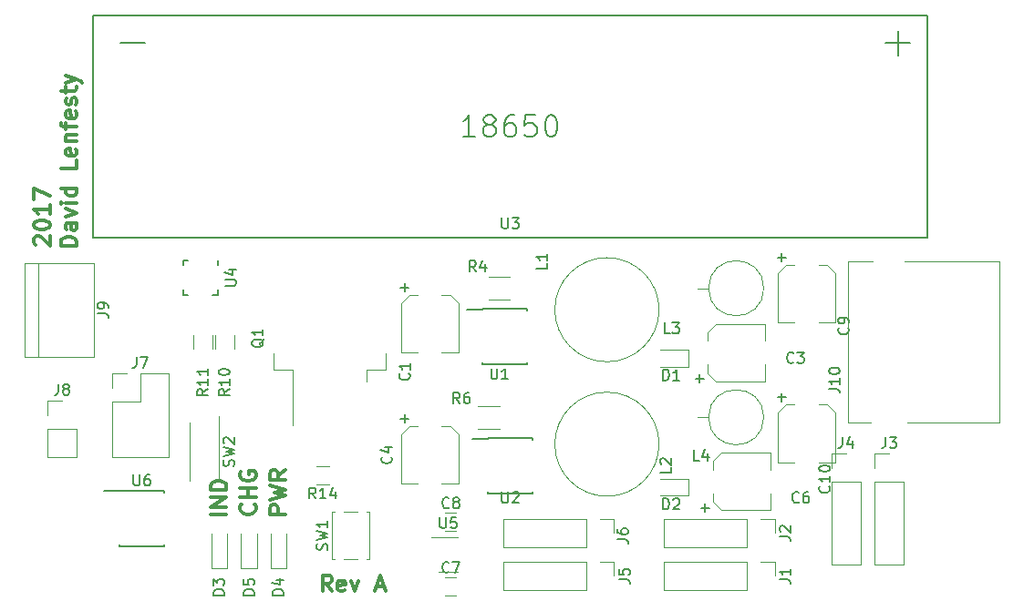
<source format=gto>
G04 #@! TF.FileFunction,Legend,Top*
%FSLAX46Y46*%
G04 Gerber Fmt 4.6, Leading zero omitted, Abs format (unit mm)*
G04 Created by KiCad (PCBNEW 4.0.7) date 11/28/17 13:54:14*
%MOMM*%
%LPD*%
G01*
G04 APERTURE LIST*
%ADD10C,0.100000*%
%ADD11C,0.300000*%
%ADD12C,0.150000*%
%ADD13C,0.120000*%
G04 APERTURE END LIST*
D10*
D11*
X114435715Y-97178571D02*
X113935715Y-96464286D01*
X113578572Y-97178571D02*
X113578572Y-95678571D01*
X114150000Y-95678571D01*
X114292858Y-95750000D01*
X114364286Y-95821429D01*
X114435715Y-95964286D01*
X114435715Y-96178571D01*
X114364286Y-96321429D01*
X114292858Y-96392857D01*
X114150000Y-96464286D01*
X113578572Y-96464286D01*
X115650000Y-97107143D02*
X115507143Y-97178571D01*
X115221429Y-97178571D01*
X115078572Y-97107143D01*
X115007143Y-96964286D01*
X115007143Y-96392857D01*
X115078572Y-96250000D01*
X115221429Y-96178571D01*
X115507143Y-96178571D01*
X115650000Y-96250000D01*
X115721429Y-96392857D01*
X115721429Y-96535714D01*
X115007143Y-96678571D01*
X116221429Y-96178571D02*
X116578572Y-97178571D01*
X116935714Y-96178571D01*
X118578571Y-96750000D02*
X119292857Y-96750000D01*
X118435714Y-97178571D02*
X118935714Y-95678571D01*
X119435714Y-97178571D01*
X86921429Y-64971428D02*
X86850000Y-64899999D01*
X86778571Y-64757142D01*
X86778571Y-64399999D01*
X86850000Y-64257142D01*
X86921429Y-64185713D01*
X87064286Y-64114285D01*
X87207143Y-64114285D01*
X87421429Y-64185713D01*
X88278571Y-65042856D01*
X88278571Y-64114285D01*
X86778571Y-63185714D02*
X86778571Y-63042857D01*
X86850000Y-62900000D01*
X86921429Y-62828571D01*
X87064286Y-62757142D01*
X87350000Y-62685714D01*
X87707143Y-62685714D01*
X87992857Y-62757142D01*
X88135714Y-62828571D01*
X88207143Y-62900000D01*
X88278571Y-63042857D01*
X88278571Y-63185714D01*
X88207143Y-63328571D01*
X88135714Y-63400000D01*
X87992857Y-63471428D01*
X87707143Y-63542857D01*
X87350000Y-63542857D01*
X87064286Y-63471428D01*
X86921429Y-63400000D01*
X86850000Y-63328571D01*
X86778571Y-63185714D01*
X88278571Y-61257143D02*
X88278571Y-62114286D01*
X88278571Y-61685714D02*
X86778571Y-61685714D01*
X86992857Y-61828571D01*
X87135714Y-61971429D01*
X87207143Y-62114286D01*
X86778571Y-60757143D02*
X86778571Y-59757143D01*
X88278571Y-60400000D01*
X90778571Y-65057143D02*
X89278571Y-65057143D01*
X89278571Y-64700000D01*
X89350000Y-64485715D01*
X89492857Y-64342857D01*
X89635714Y-64271429D01*
X89921429Y-64200000D01*
X90135714Y-64200000D01*
X90421429Y-64271429D01*
X90564286Y-64342857D01*
X90707143Y-64485715D01*
X90778571Y-64700000D01*
X90778571Y-65057143D01*
X90778571Y-62914286D02*
X89992857Y-62914286D01*
X89850000Y-62985715D01*
X89778571Y-63128572D01*
X89778571Y-63414286D01*
X89850000Y-63557143D01*
X90707143Y-62914286D02*
X90778571Y-63057143D01*
X90778571Y-63414286D01*
X90707143Y-63557143D01*
X90564286Y-63628572D01*
X90421429Y-63628572D01*
X90278571Y-63557143D01*
X90207143Y-63414286D01*
X90207143Y-63057143D01*
X90135714Y-62914286D01*
X89778571Y-62342857D02*
X90778571Y-61985714D01*
X89778571Y-61628572D01*
X90778571Y-61057143D02*
X89778571Y-61057143D01*
X89278571Y-61057143D02*
X89350000Y-61128572D01*
X89421429Y-61057143D01*
X89350000Y-60985715D01*
X89278571Y-61057143D01*
X89421429Y-61057143D01*
X90778571Y-59700000D02*
X89278571Y-59700000D01*
X90707143Y-59700000D02*
X90778571Y-59842857D01*
X90778571Y-60128571D01*
X90707143Y-60271429D01*
X90635714Y-60342857D01*
X90492857Y-60414286D01*
X90064286Y-60414286D01*
X89921429Y-60342857D01*
X89850000Y-60271429D01*
X89778571Y-60128571D01*
X89778571Y-59842857D01*
X89850000Y-59700000D01*
X90778571Y-57128571D02*
X90778571Y-57842857D01*
X89278571Y-57842857D01*
X90707143Y-56057143D02*
X90778571Y-56200000D01*
X90778571Y-56485714D01*
X90707143Y-56628571D01*
X90564286Y-56700000D01*
X89992857Y-56700000D01*
X89850000Y-56628571D01*
X89778571Y-56485714D01*
X89778571Y-56200000D01*
X89850000Y-56057143D01*
X89992857Y-55985714D01*
X90135714Y-55985714D01*
X90278571Y-56700000D01*
X89778571Y-55342857D02*
X90778571Y-55342857D01*
X89921429Y-55342857D02*
X89850000Y-55271429D01*
X89778571Y-55128571D01*
X89778571Y-54914286D01*
X89850000Y-54771429D01*
X89992857Y-54700000D01*
X90778571Y-54700000D01*
X89778571Y-54200000D02*
X89778571Y-53628571D01*
X90778571Y-53985714D02*
X89492857Y-53985714D01*
X89350000Y-53914286D01*
X89278571Y-53771428D01*
X89278571Y-53628571D01*
X90707143Y-52557143D02*
X90778571Y-52700000D01*
X90778571Y-52985714D01*
X90707143Y-53128571D01*
X90564286Y-53200000D01*
X89992857Y-53200000D01*
X89850000Y-53128571D01*
X89778571Y-52985714D01*
X89778571Y-52700000D01*
X89850000Y-52557143D01*
X89992857Y-52485714D01*
X90135714Y-52485714D01*
X90278571Y-53200000D01*
X90707143Y-51914286D02*
X90778571Y-51771429D01*
X90778571Y-51485714D01*
X90707143Y-51342857D01*
X90564286Y-51271429D01*
X90492857Y-51271429D01*
X90350000Y-51342857D01*
X90278571Y-51485714D01*
X90278571Y-51700000D01*
X90207143Y-51842857D01*
X90064286Y-51914286D01*
X89992857Y-51914286D01*
X89850000Y-51842857D01*
X89778571Y-51700000D01*
X89778571Y-51485714D01*
X89850000Y-51342857D01*
X89778571Y-50842857D02*
X89778571Y-50271428D01*
X89278571Y-50628571D02*
X90564286Y-50628571D01*
X90707143Y-50557143D01*
X90778571Y-50414285D01*
X90778571Y-50271428D01*
X89778571Y-49914285D02*
X90778571Y-49557142D01*
X89778571Y-49200000D02*
X90778571Y-49557142D01*
X91135714Y-49700000D01*
X91207143Y-49771428D01*
X91278571Y-49914285D01*
X110178571Y-90000000D02*
X108678571Y-90000000D01*
X108678571Y-89428572D01*
X108750000Y-89285714D01*
X108821429Y-89214286D01*
X108964286Y-89142857D01*
X109178571Y-89142857D01*
X109321429Y-89214286D01*
X109392857Y-89285714D01*
X109464286Y-89428572D01*
X109464286Y-90000000D01*
X108678571Y-88642857D02*
X110178571Y-88285714D01*
X109107143Y-88000000D01*
X110178571Y-87714286D01*
X108678571Y-87357143D01*
X110178571Y-85928571D02*
X109464286Y-86428571D01*
X110178571Y-86785714D02*
X108678571Y-86785714D01*
X108678571Y-86214286D01*
X108750000Y-86071428D01*
X108821429Y-86000000D01*
X108964286Y-85928571D01*
X109178571Y-85928571D01*
X109321429Y-86000000D01*
X109392857Y-86071428D01*
X109464286Y-86214286D01*
X109464286Y-86785714D01*
X107285714Y-89071428D02*
X107357143Y-89142857D01*
X107428571Y-89357143D01*
X107428571Y-89500000D01*
X107357143Y-89714285D01*
X107214286Y-89857143D01*
X107071429Y-89928571D01*
X106785714Y-90000000D01*
X106571429Y-90000000D01*
X106285714Y-89928571D01*
X106142857Y-89857143D01*
X106000000Y-89714285D01*
X105928571Y-89500000D01*
X105928571Y-89357143D01*
X106000000Y-89142857D01*
X106071429Y-89071428D01*
X107428571Y-88428571D02*
X105928571Y-88428571D01*
X106642857Y-88428571D02*
X106642857Y-87571428D01*
X107428571Y-87571428D02*
X105928571Y-87571428D01*
X106000000Y-86071428D02*
X105928571Y-86214285D01*
X105928571Y-86428571D01*
X106000000Y-86642856D01*
X106142857Y-86785714D01*
X106285714Y-86857142D01*
X106571429Y-86928571D01*
X106785714Y-86928571D01*
X107071429Y-86857142D01*
X107214286Y-86785714D01*
X107357143Y-86642856D01*
X107428571Y-86428571D01*
X107428571Y-86285714D01*
X107357143Y-86071428D01*
X107285714Y-85999999D01*
X106785714Y-85999999D01*
X106785714Y-86285714D01*
X104678571Y-90035714D02*
X103178571Y-90035714D01*
X104678571Y-89321428D02*
X103178571Y-89321428D01*
X104678571Y-88464285D01*
X103178571Y-88464285D01*
X104678571Y-87749999D02*
X103178571Y-87749999D01*
X103178571Y-87392856D01*
X103250000Y-87178571D01*
X103392857Y-87035713D01*
X103535714Y-86964285D01*
X103821429Y-86892856D01*
X104035714Y-86892856D01*
X104321429Y-86964285D01*
X104464286Y-87035713D01*
X104607143Y-87178571D01*
X104678571Y-87392856D01*
X104678571Y-87749999D01*
D12*
X128925000Y-82925000D02*
X128925000Y-82975000D01*
X133075000Y-82925000D02*
X133075000Y-83070000D01*
X133075000Y-88075000D02*
X133075000Y-87930000D01*
X128925000Y-88075000D02*
X128925000Y-87930000D01*
X128925000Y-82925000D02*
X133075000Y-82925000D01*
X128925000Y-88075000D02*
X133075000Y-88075000D01*
X128925000Y-82975000D02*
X127525000Y-82975000D01*
D13*
X126190000Y-74970000D02*
X124640000Y-74970000D01*
X120860000Y-74970000D02*
X122410000Y-74970000D01*
X121620000Y-69630000D02*
X122410000Y-69630000D01*
X125430000Y-69630000D02*
X124640000Y-69630000D01*
X126190000Y-74970000D02*
X126190000Y-70390000D01*
X126190000Y-70390000D02*
X125430000Y-69630000D01*
X121620000Y-69630000D02*
X120860000Y-70390000D01*
X120860000Y-70390000D02*
X120860000Y-74970000D01*
X154670000Y-72310000D02*
X154670000Y-73860000D01*
X154670000Y-77640000D02*
X154670000Y-76090000D01*
X149330000Y-76880000D02*
X149330000Y-76090000D01*
X149330000Y-73070000D02*
X149330000Y-73860000D01*
X154670000Y-72310000D02*
X150090000Y-72310000D01*
X150090000Y-72310000D02*
X149330000Y-73070000D01*
X149330000Y-76880000D02*
X150090000Y-77640000D01*
X150090000Y-77640000D02*
X154670000Y-77640000D01*
X126190000Y-87170000D02*
X124640000Y-87170000D01*
X120860000Y-87170000D02*
X122410000Y-87170000D01*
X121620000Y-81830000D02*
X122410000Y-81830000D01*
X125430000Y-81830000D02*
X124640000Y-81830000D01*
X126190000Y-87170000D02*
X126190000Y-82590000D01*
X126190000Y-82590000D02*
X125430000Y-81830000D01*
X121620000Y-81830000D02*
X120860000Y-82590000D01*
X120860000Y-82590000D02*
X120860000Y-87170000D01*
X155170000Y-84310000D02*
X155170000Y-85860000D01*
X155170000Y-89640000D02*
X155170000Y-88090000D01*
X149830000Y-88880000D02*
X149830000Y-88090000D01*
X149830000Y-85070000D02*
X149830000Y-85860000D01*
X155170000Y-84310000D02*
X150590000Y-84310000D01*
X150590000Y-84310000D02*
X149830000Y-85070000D01*
X149830000Y-88880000D02*
X150590000Y-89640000D01*
X150590000Y-89640000D02*
X155170000Y-89640000D01*
X126000000Y-95900000D02*
X125000000Y-95900000D01*
X125000000Y-97600000D02*
X126000000Y-97600000D01*
X126000000Y-89900000D02*
X125000000Y-89900000D01*
X125000000Y-91600000D02*
X126000000Y-91600000D01*
X161190000Y-72170000D02*
X159640000Y-72170000D01*
X155860000Y-72170000D02*
X157410000Y-72170000D01*
X156620000Y-66830000D02*
X157410000Y-66830000D01*
X160430000Y-66830000D02*
X159640000Y-66830000D01*
X161190000Y-72170000D02*
X161190000Y-67590000D01*
X161190000Y-67590000D02*
X160430000Y-66830000D01*
X156620000Y-66830000D02*
X155860000Y-67590000D01*
X155860000Y-67590000D02*
X155860000Y-72170000D01*
X161190000Y-85170000D02*
X159640000Y-85170000D01*
X155860000Y-85170000D02*
X157410000Y-85170000D01*
X156620000Y-79830000D02*
X157410000Y-79830000D01*
X160430000Y-79830000D02*
X159640000Y-79830000D01*
X161190000Y-85170000D02*
X161190000Y-80590000D01*
X161190000Y-80590000D02*
X160430000Y-79830000D01*
X156620000Y-79830000D02*
X155860000Y-80590000D01*
X155860000Y-80590000D02*
X155860000Y-85170000D01*
X147550000Y-76300000D02*
X147550000Y-74700000D01*
X147550000Y-74700000D02*
X144950000Y-74700000D01*
X147550000Y-76300000D02*
X144950000Y-76300000D01*
X147550000Y-88300000D02*
X147550000Y-86700000D01*
X147550000Y-86700000D02*
X144950000Y-86700000D01*
X147550000Y-88300000D02*
X144950000Y-88300000D01*
X104750000Y-91850000D02*
X104750000Y-95050000D01*
X103250000Y-95050000D02*
X103250000Y-91850000D01*
X103250000Y-95050000D02*
X104750000Y-95050000D01*
X110250000Y-91850000D02*
X110250000Y-95050000D01*
X108750000Y-95050000D02*
X108750000Y-91850000D01*
X108750000Y-95050000D02*
X110250000Y-95050000D01*
X107500000Y-91850000D02*
X107500000Y-95050000D01*
X106000000Y-95050000D02*
X106000000Y-91850000D01*
X106000000Y-95050000D02*
X107500000Y-95050000D01*
X145300000Y-94420000D02*
X145300000Y-97080000D01*
X152980000Y-94420000D02*
X145300000Y-94420000D01*
X152980000Y-97080000D02*
X145300000Y-97080000D01*
X152980000Y-94420000D02*
X152980000Y-97080000D01*
X154250000Y-94420000D02*
X155580000Y-94420000D01*
X155580000Y-94420000D02*
X155580000Y-95750000D01*
X88070000Y-84670000D02*
X90730000Y-84670000D01*
X88070000Y-82070000D02*
X88070000Y-84670000D01*
X90730000Y-82070000D02*
X90730000Y-84670000D01*
X88070000Y-82070000D02*
X90730000Y-82070000D01*
X88070000Y-80800000D02*
X88070000Y-79470000D01*
X88070000Y-79470000D02*
X89400000Y-79470000D01*
X85970000Y-66650000D02*
X85970000Y-75350000D01*
X92380000Y-66650000D02*
X92380000Y-75350000D01*
X92380000Y-75350000D02*
X85970000Y-75350000D01*
X87200000Y-75350000D02*
X87200000Y-66650000D01*
X85970000Y-66650000D02*
X92380000Y-66650000D01*
X162360000Y-66490000D02*
X164690000Y-66490000D01*
X162360000Y-81480000D02*
X164480000Y-81480000D01*
X162360000Y-66490000D02*
X162360000Y-81480000D01*
X176450000Y-66490000D02*
X176450000Y-81480000D01*
X167650000Y-66490000D02*
X176450000Y-66490000D01*
X167850000Y-81480000D02*
X176450000Y-81480000D01*
X144840000Y-71000000D02*
G75*
G03X144840000Y-71000000I-4840000J0D01*
G01*
X144840000Y-83500000D02*
G75*
G03X144840000Y-83500000I-4840000J0D01*
G01*
X154560000Y-69000000D02*
G75*
G03X154560000Y-69000000I-2560000J0D01*
G01*
X149440000Y-69000000D02*
X148420000Y-69000000D01*
X154560000Y-81000000D02*
G75*
G03X154560000Y-81000000I-2560000J0D01*
G01*
X149440000Y-81000000D02*
X148420000Y-81000000D01*
X109050000Y-75075000D02*
X109050000Y-76575000D01*
X109050000Y-76575000D02*
X110860000Y-76575000D01*
X110860000Y-76575000D02*
X110860000Y-81700000D01*
X119450000Y-75075000D02*
X119450000Y-76575000D01*
X119450000Y-76575000D02*
X117640000Y-76575000D01*
X117640000Y-76575000D02*
X117640000Y-77675000D01*
X129000000Y-67930000D02*
X131000000Y-67930000D01*
X131000000Y-70070000D02*
X129000000Y-70070000D01*
X128000000Y-79930000D02*
X130000000Y-79930000D01*
X130000000Y-82070000D02*
X128000000Y-82070000D01*
X103620000Y-74600000D02*
X103620000Y-73400000D01*
X105380000Y-73400000D02*
X105380000Y-74600000D01*
X101620000Y-74600000D02*
X101620000Y-73400000D01*
X103380000Y-73400000D02*
X103380000Y-74600000D01*
D12*
X128425000Y-70925000D02*
X128425000Y-70975000D01*
X132575000Y-70925000D02*
X132575000Y-71070000D01*
X132575000Y-76075000D02*
X132575000Y-75930000D01*
X128425000Y-76075000D02*
X128425000Y-75930000D01*
X128425000Y-70925000D02*
X132575000Y-70925000D01*
X128425000Y-76075000D02*
X132575000Y-76075000D01*
X128425000Y-70975000D02*
X127025000Y-70975000D01*
X92250000Y-64325000D02*
X92250000Y-43650000D01*
X169750000Y-64325000D02*
X92250000Y-64325000D01*
X169750000Y-43675000D02*
X169750000Y-64325000D01*
X92250000Y-43650000D02*
X169750000Y-43675000D01*
X103875000Y-69625000D02*
X103375000Y-69625000D01*
X100625000Y-66375000D02*
X101125000Y-66375000D01*
X100625000Y-69625000D02*
X101125000Y-69625000D01*
X103875000Y-66375000D02*
X103875000Y-66875000D01*
X100625000Y-66375000D02*
X100625000Y-66875000D01*
X100625000Y-69625000D02*
X100625000Y-69125000D01*
X103875000Y-69625000D02*
X103875000Y-69125000D01*
D13*
X124350000Y-95360000D02*
X126150000Y-95360000D01*
X126150000Y-92140000D02*
X123700000Y-92140000D01*
D12*
X94725000Y-87825000D02*
X94725000Y-87875000D01*
X98875000Y-87825000D02*
X98875000Y-87970000D01*
X98875000Y-92975000D02*
X98875000Y-92830000D01*
X94725000Y-92975000D02*
X94725000Y-92830000D01*
X94725000Y-87825000D02*
X98875000Y-87825000D01*
X94725000Y-92975000D02*
X98875000Y-92975000D01*
X94725000Y-87875000D02*
X93325000Y-87875000D01*
D13*
X152980000Y-90420000D02*
X145300000Y-90420000D01*
X145300000Y-90420000D02*
X145300000Y-93080000D01*
X145300000Y-93080000D02*
X152980000Y-93080000D01*
X152980000Y-93080000D02*
X152980000Y-90420000D01*
X154250000Y-90420000D02*
X155580000Y-90420000D01*
X155580000Y-90420000D02*
X155580000Y-91750000D01*
X164870000Y-94670000D02*
X167530000Y-94670000D01*
X164870000Y-86990000D02*
X164870000Y-94670000D01*
X167530000Y-86990000D02*
X167530000Y-94670000D01*
X164870000Y-86990000D02*
X167530000Y-86990000D01*
X164870000Y-85720000D02*
X164870000Y-84390000D01*
X164870000Y-84390000D02*
X166200000Y-84390000D01*
X160870000Y-86990000D02*
X160870000Y-94670000D01*
X160870000Y-94670000D02*
X163530000Y-94670000D01*
X163530000Y-94670000D02*
X163530000Y-86990000D01*
X163530000Y-86990000D02*
X160870000Y-86990000D01*
X160870000Y-85720000D02*
X160870000Y-84390000D01*
X160870000Y-84390000D02*
X162200000Y-84390000D01*
X130380000Y-94420000D02*
X130380000Y-97080000D01*
X138060000Y-94420000D02*
X130380000Y-94420000D01*
X138060000Y-97080000D02*
X130380000Y-97080000D01*
X138060000Y-94420000D02*
X138060000Y-97080000D01*
X139330000Y-94420000D02*
X140660000Y-94420000D01*
X140660000Y-94420000D02*
X140660000Y-95750000D01*
X138060000Y-90420000D02*
X130380000Y-90420000D01*
X130380000Y-90420000D02*
X130380000Y-93080000D01*
X130380000Y-93080000D02*
X138060000Y-93080000D01*
X138060000Y-93080000D02*
X138060000Y-90420000D01*
X139330000Y-90420000D02*
X140660000Y-90420000D01*
X140660000Y-90420000D02*
X140660000Y-91750000D01*
X94070000Y-84670000D02*
X99270000Y-84670000D01*
X94070000Y-79530000D02*
X94070000Y-84670000D01*
X99270000Y-76930000D02*
X99270000Y-84670000D01*
X94070000Y-79530000D02*
X96670000Y-79530000D01*
X96670000Y-79530000D02*
X96670000Y-76930000D01*
X96670000Y-76930000D02*
X99270000Y-76930000D01*
X94070000Y-78260000D02*
X94070000Y-76930000D01*
X94070000Y-76930000D02*
X95400000Y-76930000D01*
X113000000Y-85520000D02*
X114200000Y-85520000D01*
X114200000Y-87280000D02*
X113000000Y-87280000D01*
X114700000Y-89800000D02*
X114500000Y-89800000D01*
X116850000Y-89800000D02*
X115550000Y-89800000D01*
X117900000Y-89800000D02*
X117700000Y-89800000D01*
X117900000Y-94200000D02*
X117900000Y-89800000D01*
X117700000Y-94200000D02*
X117900000Y-94200000D01*
X115550000Y-94200000D02*
X116850000Y-94200000D01*
X114500000Y-94200000D02*
X114700000Y-94200000D01*
X114500000Y-89800000D02*
X114500000Y-94200000D01*
X103930000Y-80860000D02*
X103930000Y-86900000D01*
X101270000Y-81500000D02*
X101270000Y-86900000D01*
D12*
X130238095Y-87952381D02*
X130238095Y-88761905D01*
X130285714Y-88857143D01*
X130333333Y-88904762D01*
X130428571Y-88952381D01*
X130619048Y-88952381D01*
X130714286Y-88904762D01*
X130761905Y-88857143D01*
X130809524Y-88761905D01*
X130809524Y-87952381D01*
X131238095Y-88047619D02*
X131285714Y-88000000D01*
X131380952Y-87952381D01*
X131619048Y-87952381D01*
X131714286Y-88000000D01*
X131761905Y-88047619D01*
X131809524Y-88142857D01*
X131809524Y-88238095D01*
X131761905Y-88380952D01*
X131190476Y-88952381D01*
X131809524Y-88952381D01*
X121607143Y-76916666D02*
X121654762Y-76964285D01*
X121702381Y-77107142D01*
X121702381Y-77202380D01*
X121654762Y-77345238D01*
X121559524Y-77440476D01*
X121464286Y-77488095D01*
X121273810Y-77535714D01*
X121130952Y-77535714D01*
X120940476Y-77488095D01*
X120845238Y-77440476D01*
X120750000Y-77345238D01*
X120702381Y-77202380D01*
X120702381Y-77107142D01*
X120750000Y-76964285D01*
X120797619Y-76916666D01*
X121702381Y-75964285D02*
X121702381Y-76535714D01*
X121702381Y-76250000D02*
X120702381Y-76250000D01*
X120845238Y-76345238D01*
X120940476Y-76440476D01*
X120988095Y-76535714D01*
X121231429Y-69300952D02*
X121231429Y-68539047D01*
X121612381Y-68919999D02*
X120850476Y-68919999D01*
X157333334Y-75857143D02*
X157285715Y-75904762D01*
X157142858Y-75952381D01*
X157047620Y-75952381D01*
X156904762Y-75904762D01*
X156809524Y-75809524D01*
X156761905Y-75714286D01*
X156714286Y-75523810D01*
X156714286Y-75380952D01*
X156761905Y-75190476D01*
X156809524Y-75095238D01*
X156904762Y-75000000D01*
X157047620Y-74952381D01*
X157142858Y-74952381D01*
X157285715Y-75000000D01*
X157333334Y-75047619D01*
X157666667Y-74952381D02*
X158285715Y-74952381D01*
X157952381Y-75333333D01*
X158095239Y-75333333D01*
X158190477Y-75380952D01*
X158238096Y-75428571D01*
X158285715Y-75523810D01*
X158285715Y-75761905D01*
X158238096Y-75857143D01*
X158190477Y-75904762D01*
X158095239Y-75952381D01*
X157809524Y-75952381D01*
X157714286Y-75904762D01*
X157666667Y-75857143D01*
X148239048Y-77411429D02*
X149000953Y-77411429D01*
X148620001Y-77792381D02*
X148620001Y-77030476D01*
X119937143Y-84666666D02*
X119984762Y-84714285D01*
X120032381Y-84857142D01*
X120032381Y-84952380D01*
X119984762Y-85095238D01*
X119889524Y-85190476D01*
X119794286Y-85238095D01*
X119603810Y-85285714D01*
X119460952Y-85285714D01*
X119270476Y-85238095D01*
X119175238Y-85190476D01*
X119080000Y-85095238D01*
X119032381Y-84952380D01*
X119032381Y-84857142D01*
X119080000Y-84714285D01*
X119127619Y-84666666D01*
X119365714Y-83809523D02*
X120032381Y-83809523D01*
X118984762Y-84047619D02*
X119699048Y-84285714D01*
X119699048Y-83666666D01*
X121231429Y-81500952D02*
X121231429Y-80739047D01*
X121612381Y-81119999D02*
X120850476Y-81119999D01*
X157833334Y-88857143D02*
X157785715Y-88904762D01*
X157642858Y-88952381D01*
X157547620Y-88952381D01*
X157404762Y-88904762D01*
X157309524Y-88809524D01*
X157261905Y-88714286D01*
X157214286Y-88523810D01*
X157214286Y-88380952D01*
X157261905Y-88190476D01*
X157309524Y-88095238D01*
X157404762Y-88000000D01*
X157547620Y-87952381D01*
X157642858Y-87952381D01*
X157785715Y-88000000D01*
X157833334Y-88047619D01*
X158690477Y-87952381D02*
X158500000Y-87952381D01*
X158404762Y-88000000D01*
X158357143Y-88047619D01*
X158261905Y-88190476D01*
X158214286Y-88380952D01*
X158214286Y-88761905D01*
X158261905Y-88857143D01*
X158309524Y-88904762D01*
X158404762Y-88952381D01*
X158595239Y-88952381D01*
X158690477Y-88904762D01*
X158738096Y-88857143D01*
X158785715Y-88761905D01*
X158785715Y-88523810D01*
X158738096Y-88428571D01*
X158690477Y-88380952D01*
X158595239Y-88333333D01*
X158404762Y-88333333D01*
X158309524Y-88380952D01*
X158261905Y-88428571D01*
X158214286Y-88523810D01*
X148739048Y-89411429D02*
X149500953Y-89411429D01*
X149120001Y-89792381D02*
X149120001Y-89030476D01*
X125333334Y-95357143D02*
X125285715Y-95404762D01*
X125142858Y-95452381D01*
X125047620Y-95452381D01*
X124904762Y-95404762D01*
X124809524Y-95309524D01*
X124761905Y-95214286D01*
X124714286Y-95023810D01*
X124714286Y-94880952D01*
X124761905Y-94690476D01*
X124809524Y-94595238D01*
X124904762Y-94500000D01*
X125047620Y-94452381D01*
X125142858Y-94452381D01*
X125285715Y-94500000D01*
X125333334Y-94547619D01*
X125666667Y-94452381D02*
X126333334Y-94452381D01*
X125904762Y-95452381D01*
X125333334Y-89357143D02*
X125285715Y-89404762D01*
X125142858Y-89452381D01*
X125047620Y-89452381D01*
X124904762Y-89404762D01*
X124809524Y-89309524D01*
X124761905Y-89214286D01*
X124714286Y-89023810D01*
X124714286Y-88880952D01*
X124761905Y-88690476D01*
X124809524Y-88595238D01*
X124904762Y-88500000D01*
X125047620Y-88452381D01*
X125142858Y-88452381D01*
X125285715Y-88500000D01*
X125333334Y-88547619D01*
X125904762Y-88880952D02*
X125809524Y-88833333D01*
X125761905Y-88785714D01*
X125714286Y-88690476D01*
X125714286Y-88642857D01*
X125761905Y-88547619D01*
X125809524Y-88500000D01*
X125904762Y-88452381D01*
X126095239Y-88452381D01*
X126190477Y-88500000D01*
X126238096Y-88547619D01*
X126285715Y-88642857D01*
X126285715Y-88690476D01*
X126238096Y-88785714D01*
X126190477Y-88833333D01*
X126095239Y-88880952D01*
X125904762Y-88880952D01*
X125809524Y-88928571D01*
X125761905Y-88976190D01*
X125714286Y-89071429D01*
X125714286Y-89261905D01*
X125761905Y-89357143D01*
X125809524Y-89404762D01*
X125904762Y-89452381D01*
X126095239Y-89452381D01*
X126190477Y-89404762D01*
X126238096Y-89357143D01*
X126285715Y-89261905D01*
X126285715Y-89071429D01*
X126238096Y-88976190D01*
X126190477Y-88928571D01*
X126095239Y-88880952D01*
X162357143Y-72666666D02*
X162404762Y-72714285D01*
X162452381Y-72857142D01*
X162452381Y-72952380D01*
X162404762Y-73095238D01*
X162309524Y-73190476D01*
X162214286Y-73238095D01*
X162023810Y-73285714D01*
X161880952Y-73285714D01*
X161690476Y-73238095D01*
X161595238Y-73190476D01*
X161500000Y-73095238D01*
X161452381Y-72952380D01*
X161452381Y-72857142D01*
X161500000Y-72714285D01*
X161547619Y-72666666D01*
X162452381Y-72190476D02*
X162452381Y-72000000D01*
X162404762Y-71904761D01*
X162357143Y-71857142D01*
X162214286Y-71761904D01*
X162023810Y-71714285D01*
X161642857Y-71714285D01*
X161547619Y-71761904D01*
X161500000Y-71809523D01*
X161452381Y-71904761D01*
X161452381Y-72095238D01*
X161500000Y-72190476D01*
X161547619Y-72238095D01*
X161642857Y-72285714D01*
X161880952Y-72285714D01*
X161976190Y-72238095D01*
X162023810Y-72190476D01*
X162071429Y-72095238D01*
X162071429Y-71904761D01*
X162023810Y-71809523D01*
X161976190Y-71761904D01*
X161880952Y-71714285D01*
X156231429Y-66500952D02*
X156231429Y-65739047D01*
X156612381Y-66119999D02*
X155850476Y-66119999D01*
X160607143Y-87392857D02*
X160654762Y-87440476D01*
X160702381Y-87583333D01*
X160702381Y-87678571D01*
X160654762Y-87821429D01*
X160559524Y-87916667D01*
X160464286Y-87964286D01*
X160273810Y-88011905D01*
X160130952Y-88011905D01*
X159940476Y-87964286D01*
X159845238Y-87916667D01*
X159750000Y-87821429D01*
X159702381Y-87678571D01*
X159702381Y-87583333D01*
X159750000Y-87440476D01*
X159797619Y-87392857D01*
X160702381Y-86440476D02*
X160702381Y-87011905D01*
X160702381Y-86726191D02*
X159702381Y-86726191D01*
X159845238Y-86821429D01*
X159940476Y-86916667D01*
X159988095Y-87011905D01*
X159702381Y-85821429D02*
X159702381Y-85726190D01*
X159750000Y-85630952D01*
X159797619Y-85583333D01*
X159892857Y-85535714D01*
X160083333Y-85488095D01*
X160321429Y-85488095D01*
X160511905Y-85535714D01*
X160607143Y-85583333D01*
X160654762Y-85630952D01*
X160702381Y-85726190D01*
X160702381Y-85821429D01*
X160654762Y-85916667D01*
X160607143Y-85964286D01*
X160511905Y-86011905D01*
X160321429Y-86059524D01*
X160083333Y-86059524D01*
X159892857Y-86011905D01*
X159797619Y-85964286D01*
X159750000Y-85916667D01*
X159702381Y-85821429D01*
X156231429Y-79500952D02*
X156231429Y-78739047D01*
X156612381Y-79119999D02*
X155850476Y-79119999D01*
X145211905Y-77552381D02*
X145211905Y-76552381D01*
X145450000Y-76552381D01*
X145592858Y-76600000D01*
X145688096Y-76695238D01*
X145735715Y-76790476D01*
X145783334Y-76980952D01*
X145783334Y-77123810D01*
X145735715Y-77314286D01*
X145688096Y-77409524D01*
X145592858Y-77504762D01*
X145450000Y-77552381D01*
X145211905Y-77552381D01*
X146735715Y-77552381D02*
X146164286Y-77552381D01*
X146450000Y-77552381D02*
X146450000Y-76552381D01*
X146354762Y-76695238D01*
X146259524Y-76790476D01*
X146164286Y-76838095D01*
X145211905Y-89552381D02*
X145211905Y-88552381D01*
X145450000Y-88552381D01*
X145592858Y-88600000D01*
X145688096Y-88695238D01*
X145735715Y-88790476D01*
X145783334Y-88980952D01*
X145783334Y-89123810D01*
X145735715Y-89314286D01*
X145688096Y-89409524D01*
X145592858Y-89504762D01*
X145450000Y-89552381D01*
X145211905Y-89552381D01*
X146164286Y-88647619D02*
X146211905Y-88600000D01*
X146307143Y-88552381D01*
X146545239Y-88552381D01*
X146640477Y-88600000D01*
X146688096Y-88647619D01*
X146735715Y-88742857D01*
X146735715Y-88838095D01*
X146688096Y-88980952D01*
X146116667Y-89552381D01*
X146735715Y-89552381D01*
X104452381Y-97538095D02*
X103452381Y-97538095D01*
X103452381Y-97300000D01*
X103500000Y-97157142D01*
X103595238Y-97061904D01*
X103690476Y-97014285D01*
X103880952Y-96966666D01*
X104023810Y-96966666D01*
X104214286Y-97014285D01*
X104309524Y-97061904D01*
X104404762Y-97157142D01*
X104452381Y-97300000D01*
X104452381Y-97538095D01*
X103452381Y-96633333D02*
X103452381Y-96014285D01*
X103833333Y-96347619D01*
X103833333Y-96204761D01*
X103880952Y-96109523D01*
X103928571Y-96061904D01*
X104023810Y-96014285D01*
X104261905Y-96014285D01*
X104357143Y-96061904D01*
X104404762Y-96109523D01*
X104452381Y-96204761D01*
X104452381Y-96490476D01*
X104404762Y-96585714D01*
X104357143Y-96633333D01*
X109952381Y-97538095D02*
X108952381Y-97538095D01*
X108952381Y-97300000D01*
X109000000Y-97157142D01*
X109095238Y-97061904D01*
X109190476Y-97014285D01*
X109380952Y-96966666D01*
X109523810Y-96966666D01*
X109714286Y-97014285D01*
X109809524Y-97061904D01*
X109904762Y-97157142D01*
X109952381Y-97300000D01*
X109952381Y-97538095D01*
X109285714Y-96109523D02*
X109952381Y-96109523D01*
X108904762Y-96347619D02*
X109619048Y-96585714D01*
X109619048Y-95966666D01*
X107252381Y-97538095D02*
X106252381Y-97538095D01*
X106252381Y-97300000D01*
X106300000Y-97157142D01*
X106395238Y-97061904D01*
X106490476Y-97014285D01*
X106680952Y-96966666D01*
X106823810Y-96966666D01*
X107014286Y-97014285D01*
X107109524Y-97061904D01*
X107204762Y-97157142D01*
X107252381Y-97300000D01*
X107252381Y-97538095D01*
X106252381Y-96061904D02*
X106252381Y-96538095D01*
X106728571Y-96585714D01*
X106680952Y-96538095D01*
X106633333Y-96442857D01*
X106633333Y-96204761D01*
X106680952Y-96109523D01*
X106728571Y-96061904D01*
X106823810Y-96014285D01*
X107061905Y-96014285D01*
X107157143Y-96061904D01*
X107204762Y-96109523D01*
X107252381Y-96204761D01*
X107252381Y-96442857D01*
X107204762Y-96538095D01*
X107157143Y-96585714D01*
X156032381Y-96083333D02*
X156746667Y-96083333D01*
X156889524Y-96130953D01*
X156984762Y-96226191D01*
X157032381Y-96369048D01*
X157032381Y-96464286D01*
X157032381Y-95083333D02*
X157032381Y-95654762D01*
X157032381Y-95369048D02*
X156032381Y-95369048D01*
X156175238Y-95464286D01*
X156270476Y-95559524D01*
X156318095Y-95654762D01*
X89066667Y-77922381D02*
X89066667Y-78636667D01*
X89019047Y-78779524D01*
X88923809Y-78874762D01*
X88780952Y-78922381D01*
X88685714Y-78922381D01*
X89685714Y-78350952D02*
X89590476Y-78303333D01*
X89542857Y-78255714D01*
X89495238Y-78160476D01*
X89495238Y-78112857D01*
X89542857Y-78017619D01*
X89590476Y-77970000D01*
X89685714Y-77922381D01*
X89876191Y-77922381D01*
X89971429Y-77970000D01*
X90019048Y-78017619D01*
X90066667Y-78112857D01*
X90066667Y-78160476D01*
X90019048Y-78255714D01*
X89971429Y-78303333D01*
X89876191Y-78350952D01*
X89685714Y-78350952D01*
X89590476Y-78398571D01*
X89542857Y-78446190D01*
X89495238Y-78541429D01*
X89495238Y-78731905D01*
X89542857Y-78827143D01*
X89590476Y-78874762D01*
X89685714Y-78922381D01*
X89876191Y-78922381D01*
X89971429Y-78874762D01*
X90019048Y-78827143D01*
X90066667Y-78731905D01*
X90066667Y-78541429D01*
X90019048Y-78446190D01*
X89971429Y-78398571D01*
X89876191Y-78350952D01*
X92692381Y-71333333D02*
X93406667Y-71333333D01*
X93549524Y-71380953D01*
X93644762Y-71476191D01*
X93692381Y-71619048D01*
X93692381Y-71714286D01*
X93692381Y-70809524D02*
X93692381Y-70619048D01*
X93644762Y-70523809D01*
X93597143Y-70476190D01*
X93454286Y-70380952D01*
X93263810Y-70333333D01*
X92882857Y-70333333D01*
X92787619Y-70380952D01*
X92740000Y-70428571D01*
X92692381Y-70523809D01*
X92692381Y-70714286D01*
X92740000Y-70809524D01*
X92787619Y-70857143D01*
X92882857Y-70904762D01*
X93120952Y-70904762D01*
X93216190Y-70857143D01*
X93263810Y-70809524D01*
X93311429Y-70714286D01*
X93311429Y-70523809D01*
X93263810Y-70428571D01*
X93216190Y-70380952D01*
X93120952Y-70333333D01*
X160602381Y-78349523D02*
X161316667Y-78349523D01*
X161459524Y-78397143D01*
X161554762Y-78492381D01*
X161602381Y-78635238D01*
X161602381Y-78730476D01*
X161602381Y-77349523D02*
X161602381Y-77920952D01*
X161602381Y-77635238D02*
X160602381Y-77635238D01*
X160745238Y-77730476D01*
X160840476Y-77825714D01*
X160888095Y-77920952D01*
X160602381Y-76730476D02*
X160602381Y-76635237D01*
X160650000Y-76539999D01*
X160697619Y-76492380D01*
X160792857Y-76444761D01*
X160983333Y-76397142D01*
X161221429Y-76397142D01*
X161411905Y-76444761D01*
X161507143Y-76492380D01*
X161554762Y-76539999D01*
X161602381Y-76635237D01*
X161602381Y-76730476D01*
X161554762Y-76825714D01*
X161507143Y-76873333D01*
X161411905Y-76920952D01*
X161221429Y-76968571D01*
X160983333Y-76968571D01*
X160792857Y-76920952D01*
X160697619Y-76873333D01*
X160650000Y-76825714D01*
X160602381Y-76730476D01*
X134452381Y-66666666D02*
X134452381Y-67142857D01*
X133452381Y-67142857D01*
X134452381Y-65809523D02*
X134452381Y-66380952D01*
X134452381Y-66095238D02*
X133452381Y-66095238D01*
X133595238Y-66190476D01*
X133690476Y-66285714D01*
X133738095Y-66380952D01*
X145952381Y-85666666D02*
X145952381Y-86142857D01*
X144952381Y-86142857D01*
X145047619Y-85380952D02*
X145000000Y-85333333D01*
X144952381Y-85238095D01*
X144952381Y-84999999D01*
X145000000Y-84904761D01*
X145047619Y-84857142D01*
X145142857Y-84809523D01*
X145238095Y-84809523D01*
X145380952Y-84857142D01*
X145952381Y-85428571D01*
X145952381Y-84809523D01*
X145833334Y-73202381D02*
X145357143Y-73202381D01*
X145357143Y-72202381D01*
X146071429Y-72202381D02*
X146690477Y-72202381D01*
X146357143Y-72583333D01*
X146500001Y-72583333D01*
X146595239Y-72630952D01*
X146642858Y-72678571D01*
X146690477Y-72773810D01*
X146690477Y-73011905D01*
X146642858Y-73107143D01*
X146595239Y-73154762D01*
X146500001Y-73202381D01*
X146214286Y-73202381D01*
X146119048Y-73154762D01*
X146071429Y-73107143D01*
X148583334Y-85012381D02*
X148107143Y-85012381D01*
X148107143Y-84012381D01*
X149345239Y-84345714D02*
X149345239Y-85012381D01*
X149107143Y-83964762D02*
X148869048Y-84679048D01*
X149488096Y-84679048D01*
X108147619Y-73720238D02*
X108100000Y-73815476D01*
X108004762Y-73910714D01*
X107861905Y-74053571D01*
X107814286Y-74148810D01*
X107814286Y-74244048D01*
X108052381Y-74196429D02*
X108004762Y-74291667D01*
X107909524Y-74386905D01*
X107719048Y-74434524D01*
X107385714Y-74434524D01*
X107195238Y-74386905D01*
X107100000Y-74291667D01*
X107052381Y-74196429D01*
X107052381Y-74005952D01*
X107100000Y-73910714D01*
X107195238Y-73815476D01*
X107385714Y-73767857D01*
X107719048Y-73767857D01*
X107909524Y-73815476D01*
X108004762Y-73910714D01*
X108052381Y-74005952D01*
X108052381Y-74196429D01*
X108052381Y-72815476D02*
X108052381Y-73386905D01*
X108052381Y-73101191D02*
X107052381Y-73101191D01*
X107195238Y-73196429D01*
X107290476Y-73291667D01*
X107338095Y-73386905D01*
X127833334Y-67452381D02*
X127500000Y-66976190D01*
X127261905Y-67452381D02*
X127261905Y-66452381D01*
X127642858Y-66452381D01*
X127738096Y-66500000D01*
X127785715Y-66547619D01*
X127833334Y-66642857D01*
X127833334Y-66785714D01*
X127785715Y-66880952D01*
X127738096Y-66928571D01*
X127642858Y-66976190D01*
X127261905Y-66976190D01*
X128690477Y-66785714D02*
X128690477Y-67452381D01*
X128452381Y-66404762D02*
X128214286Y-67119048D01*
X128833334Y-67119048D01*
X126333334Y-79702381D02*
X126000000Y-79226190D01*
X125761905Y-79702381D02*
X125761905Y-78702381D01*
X126142858Y-78702381D01*
X126238096Y-78750000D01*
X126285715Y-78797619D01*
X126333334Y-78892857D01*
X126333334Y-79035714D01*
X126285715Y-79130952D01*
X126238096Y-79178571D01*
X126142858Y-79226190D01*
X125761905Y-79226190D01*
X127190477Y-78702381D02*
X127000000Y-78702381D01*
X126904762Y-78750000D01*
X126857143Y-78797619D01*
X126761905Y-78940476D01*
X126714286Y-79130952D01*
X126714286Y-79511905D01*
X126761905Y-79607143D01*
X126809524Y-79654762D01*
X126904762Y-79702381D01*
X127095239Y-79702381D01*
X127190477Y-79654762D01*
X127238096Y-79607143D01*
X127285715Y-79511905D01*
X127285715Y-79273810D01*
X127238096Y-79178571D01*
X127190477Y-79130952D01*
X127095239Y-79083333D01*
X126904762Y-79083333D01*
X126809524Y-79130952D01*
X126761905Y-79178571D01*
X126714286Y-79273810D01*
X104952381Y-78392857D02*
X104476190Y-78726191D01*
X104952381Y-78964286D02*
X103952381Y-78964286D01*
X103952381Y-78583333D01*
X104000000Y-78488095D01*
X104047619Y-78440476D01*
X104142857Y-78392857D01*
X104285714Y-78392857D01*
X104380952Y-78440476D01*
X104428571Y-78488095D01*
X104476190Y-78583333D01*
X104476190Y-78964286D01*
X104952381Y-77440476D02*
X104952381Y-78011905D01*
X104952381Y-77726191D02*
X103952381Y-77726191D01*
X104095238Y-77821429D01*
X104190476Y-77916667D01*
X104238095Y-78011905D01*
X103952381Y-76821429D02*
X103952381Y-76726190D01*
X104000000Y-76630952D01*
X104047619Y-76583333D01*
X104142857Y-76535714D01*
X104333333Y-76488095D01*
X104571429Y-76488095D01*
X104761905Y-76535714D01*
X104857143Y-76583333D01*
X104904762Y-76630952D01*
X104952381Y-76726190D01*
X104952381Y-76821429D01*
X104904762Y-76916667D01*
X104857143Y-76964286D01*
X104761905Y-77011905D01*
X104571429Y-77059524D01*
X104333333Y-77059524D01*
X104142857Y-77011905D01*
X104047619Y-76964286D01*
X104000000Y-76916667D01*
X103952381Y-76821429D01*
X102952381Y-78392857D02*
X102476190Y-78726191D01*
X102952381Y-78964286D02*
X101952381Y-78964286D01*
X101952381Y-78583333D01*
X102000000Y-78488095D01*
X102047619Y-78440476D01*
X102142857Y-78392857D01*
X102285714Y-78392857D01*
X102380952Y-78440476D01*
X102428571Y-78488095D01*
X102476190Y-78583333D01*
X102476190Y-78964286D01*
X102952381Y-77440476D02*
X102952381Y-78011905D01*
X102952381Y-77726191D02*
X101952381Y-77726191D01*
X102095238Y-77821429D01*
X102190476Y-77916667D01*
X102238095Y-78011905D01*
X102952381Y-76488095D02*
X102952381Y-77059524D01*
X102952381Y-76773810D02*
X101952381Y-76773810D01*
X102095238Y-76869048D01*
X102190476Y-76964286D01*
X102238095Y-77059524D01*
X129238095Y-76452381D02*
X129238095Y-77261905D01*
X129285714Y-77357143D01*
X129333333Y-77404762D01*
X129428571Y-77452381D01*
X129619048Y-77452381D01*
X129714286Y-77404762D01*
X129761905Y-77357143D01*
X129809524Y-77261905D01*
X129809524Y-76452381D01*
X130809524Y-77452381D02*
X130238095Y-77452381D01*
X130523809Y-77452381D02*
X130523809Y-76452381D01*
X130428571Y-76595238D01*
X130333333Y-76690476D01*
X130238095Y-76738095D01*
X130238095Y-62452381D02*
X130238095Y-63261905D01*
X130285714Y-63357143D01*
X130333333Y-63404762D01*
X130428571Y-63452381D01*
X130619048Y-63452381D01*
X130714286Y-63404762D01*
X130761905Y-63357143D01*
X130809524Y-63261905D01*
X130809524Y-62452381D01*
X131190476Y-62452381D02*
X131809524Y-62452381D01*
X131476190Y-62833333D01*
X131619048Y-62833333D01*
X131714286Y-62880952D01*
X131761905Y-62928571D01*
X131809524Y-63023810D01*
X131809524Y-63261905D01*
X131761905Y-63357143D01*
X131714286Y-63404762D01*
X131619048Y-63452381D01*
X131333333Y-63452381D01*
X131238095Y-63404762D01*
X131190476Y-63357143D01*
X127761905Y-54904762D02*
X126619047Y-54904762D01*
X127190476Y-54904762D02*
X127190476Y-52904762D01*
X127000000Y-53190476D01*
X126809524Y-53380952D01*
X126619047Y-53476190D01*
X128904762Y-53761905D02*
X128714286Y-53666667D01*
X128619047Y-53571429D01*
X128523809Y-53380952D01*
X128523809Y-53285714D01*
X128619047Y-53095238D01*
X128714286Y-53000000D01*
X128904762Y-52904762D01*
X129285714Y-52904762D01*
X129476190Y-53000000D01*
X129571428Y-53095238D01*
X129666667Y-53285714D01*
X129666667Y-53380952D01*
X129571428Y-53571429D01*
X129476190Y-53666667D01*
X129285714Y-53761905D01*
X128904762Y-53761905D01*
X128714286Y-53857143D01*
X128619047Y-53952381D01*
X128523809Y-54142857D01*
X128523809Y-54523810D01*
X128619047Y-54714286D01*
X128714286Y-54809524D01*
X128904762Y-54904762D01*
X129285714Y-54904762D01*
X129476190Y-54809524D01*
X129571428Y-54714286D01*
X129666667Y-54523810D01*
X129666667Y-54142857D01*
X129571428Y-53952381D01*
X129476190Y-53857143D01*
X129285714Y-53761905D01*
X131380952Y-52904762D02*
X131000000Y-52904762D01*
X130809524Y-53000000D01*
X130714286Y-53095238D01*
X130523809Y-53380952D01*
X130428571Y-53761905D01*
X130428571Y-54523810D01*
X130523809Y-54714286D01*
X130619048Y-54809524D01*
X130809524Y-54904762D01*
X131190476Y-54904762D01*
X131380952Y-54809524D01*
X131476190Y-54714286D01*
X131571429Y-54523810D01*
X131571429Y-54047619D01*
X131476190Y-53857143D01*
X131380952Y-53761905D01*
X131190476Y-53666667D01*
X130809524Y-53666667D01*
X130619048Y-53761905D01*
X130523809Y-53857143D01*
X130428571Y-54047619D01*
X133380952Y-52904762D02*
X132428571Y-52904762D01*
X132333333Y-53857143D01*
X132428571Y-53761905D01*
X132619048Y-53666667D01*
X133095238Y-53666667D01*
X133285714Y-53761905D01*
X133380952Y-53857143D01*
X133476191Y-54047619D01*
X133476191Y-54523810D01*
X133380952Y-54714286D01*
X133285714Y-54809524D01*
X133095238Y-54904762D01*
X132619048Y-54904762D01*
X132428571Y-54809524D01*
X132333333Y-54714286D01*
X134714286Y-52904762D02*
X134904762Y-52904762D01*
X135095238Y-53000000D01*
X135190476Y-53095238D01*
X135285714Y-53285714D01*
X135380953Y-53666667D01*
X135380953Y-54142857D01*
X135285714Y-54523810D01*
X135190476Y-54714286D01*
X135095238Y-54809524D01*
X134904762Y-54904762D01*
X134714286Y-54904762D01*
X134523810Y-54809524D01*
X134428572Y-54714286D01*
X134333333Y-54523810D01*
X134238095Y-54142857D01*
X134238095Y-53666667D01*
X134333333Y-53285714D01*
X134428572Y-53095238D01*
X134523810Y-53000000D01*
X134714286Y-52904762D01*
X94857143Y-46214286D02*
X97142857Y-46214286D01*
X165857143Y-46214286D02*
X168142857Y-46214286D01*
X167000000Y-47357143D02*
X167000000Y-45071429D01*
X104552381Y-68761905D02*
X105361905Y-68761905D01*
X105457143Y-68714286D01*
X105504762Y-68666667D01*
X105552381Y-68571429D01*
X105552381Y-68380952D01*
X105504762Y-68285714D01*
X105457143Y-68238095D01*
X105361905Y-68190476D01*
X104552381Y-68190476D01*
X104885714Y-67285714D02*
X105552381Y-67285714D01*
X104504762Y-67523810D02*
X105219048Y-67761905D01*
X105219048Y-67142857D01*
X124488095Y-90302381D02*
X124488095Y-91111905D01*
X124535714Y-91207143D01*
X124583333Y-91254762D01*
X124678571Y-91302381D01*
X124869048Y-91302381D01*
X124964286Y-91254762D01*
X125011905Y-91207143D01*
X125059524Y-91111905D01*
X125059524Y-90302381D01*
X126011905Y-90302381D02*
X125535714Y-90302381D01*
X125488095Y-90778571D01*
X125535714Y-90730952D01*
X125630952Y-90683333D01*
X125869048Y-90683333D01*
X125964286Y-90730952D01*
X126011905Y-90778571D01*
X126059524Y-90873810D01*
X126059524Y-91111905D01*
X126011905Y-91207143D01*
X125964286Y-91254762D01*
X125869048Y-91302381D01*
X125630952Y-91302381D01*
X125535714Y-91254762D01*
X125488095Y-91207143D01*
X96038095Y-86352381D02*
X96038095Y-87161905D01*
X96085714Y-87257143D01*
X96133333Y-87304762D01*
X96228571Y-87352381D01*
X96419048Y-87352381D01*
X96514286Y-87304762D01*
X96561905Y-87257143D01*
X96609524Y-87161905D01*
X96609524Y-86352381D01*
X97514286Y-86352381D02*
X97323809Y-86352381D01*
X97228571Y-86400000D01*
X97180952Y-86447619D01*
X97085714Y-86590476D01*
X97038095Y-86780952D01*
X97038095Y-87161905D01*
X97085714Y-87257143D01*
X97133333Y-87304762D01*
X97228571Y-87352381D01*
X97419048Y-87352381D01*
X97514286Y-87304762D01*
X97561905Y-87257143D01*
X97609524Y-87161905D01*
X97609524Y-86923810D01*
X97561905Y-86828571D01*
X97514286Y-86780952D01*
X97419048Y-86733333D01*
X97228571Y-86733333D01*
X97133333Y-86780952D01*
X97085714Y-86828571D01*
X97038095Y-86923810D01*
X156032381Y-92083333D02*
X156746667Y-92083333D01*
X156889524Y-92130953D01*
X156984762Y-92226191D01*
X157032381Y-92369048D01*
X157032381Y-92464286D01*
X156127619Y-91654762D02*
X156080000Y-91607143D01*
X156032381Y-91511905D01*
X156032381Y-91273809D01*
X156080000Y-91178571D01*
X156127619Y-91130952D01*
X156222857Y-91083333D01*
X156318095Y-91083333D01*
X156460952Y-91130952D01*
X157032381Y-91702381D01*
X157032381Y-91083333D01*
X165866667Y-82842381D02*
X165866667Y-83556667D01*
X165819047Y-83699524D01*
X165723809Y-83794762D01*
X165580952Y-83842381D01*
X165485714Y-83842381D01*
X166247619Y-82842381D02*
X166866667Y-82842381D01*
X166533333Y-83223333D01*
X166676191Y-83223333D01*
X166771429Y-83270952D01*
X166819048Y-83318571D01*
X166866667Y-83413810D01*
X166866667Y-83651905D01*
X166819048Y-83747143D01*
X166771429Y-83794762D01*
X166676191Y-83842381D01*
X166390476Y-83842381D01*
X166295238Y-83794762D01*
X166247619Y-83747143D01*
X161866667Y-82842381D02*
X161866667Y-83556667D01*
X161819047Y-83699524D01*
X161723809Y-83794762D01*
X161580952Y-83842381D01*
X161485714Y-83842381D01*
X162771429Y-83175714D02*
X162771429Y-83842381D01*
X162533333Y-82794762D02*
X162295238Y-83509048D01*
X162914286Y-83509048D01*
X141112381Y-96083333D02*
X141826667Y-96083333D01*
X141969524Y-96130953D01*
X142064762Y-96226191D01*
X142112381Y-96369048D01*
X142112381Y-96464286D01*
X141112381Y-95130952D02*
X141112381Y-95607143D01*
X141588571Y-95654762D01*
X141540952Y-95607143D01*
X141493333Y-95511905D01*
X141493333Y-95273809D01*
X141540952Y-95178571D01*
X141588571Y-95130952D01*
X141683810Y-95083333D01*
X141921905Y-95083333D01*
X142017143Y-95130952D01*
X142064762Y-95178571D01*
X142112381Y-95273809D01*
X142112381Y-95511905D01*
X142064762Y-95607143D01*
X142017143Y-95654762D01*
X140952381Y-92333333D02*
X141666667Y-92333333D01*
X141809524Y-92380953D01*
X141904762Y-92476191D01*
X141952381Y-92619048D01*
X141952381Y-92714286D01*
X140952381Y-91428571D02*
X140952381Y-91619048D01*
X141000000Y-91714286D01*
X141047619Y-91761905D01*
X141190476Y-91857143D01*
X141380952Y-91904762D01*
X141761905Y-91904762D01*
X141857143Y-91857143D01*
X141904762Y-91809524D01*
X141952381Y-91714286D01*
X141952381Y-91523809D01*
X141904762Y-91428571D01*
X141857143Y-91380952D01*
X141761905Y-91333333D01*
X141523810Y-91333333D01*
X141428571Y-91380952D01*
X141380952Y-91428571D01*
X141333333Y-91523809D01*
X141333333Y-91714286D01*
X141380952Y-91809524D01*
X141428571Y-91857143D01*
X141523810Y-91904762D01*
X96336667Y-75382381D02*
X96336667Y-76096667D01*
X96289047Y-76239524D01*
X96193809Y-76334762D01*
X96050952Y-76382381D01*
X95955714Y-76382381D01*
X96717619Y-75382381D02*
X97384286Y-75382381D01*
X96955714Y-76382381D01*
X112957143Y-88552381D02*
X112623809Y-88076190D01*
X112385714Y-88552381D02*
X112385714Y-87552381D01*
X112766667Y-87552381D01*
X112861905Y-87600000D01*
X112909524Y-87647619D01*
X112957143Y-87742857D01*
X112957143Y-87885714D01*
X112909524Y-87980952D01*
X112861905Y-88028571D01*
X112766667Y-88076190D01*
X112385714Y-88076190D01*
X113909524Y-88552381D02*
X113338095Y-88552381D01*
X113623809Y-88552381D02*
X113623809Y-87552381D01*
X113528571Y-87695238D01*
X113433333Y-87790476D01*
X113338095Y-87838095D01*
X114766667Y-87885714D02*
X114766667Y-88552381D01*
X114528571Y-87504762D02*
X114290476Y-88219048D01*
X114909524Y-88219048D01*
X114004762Y-93333333D02*
X114052381Y-93190476D01*
X114052381Y-92952380D01*
X114004762Y-92857142D01*
X113957143Y-92809523D01*
X113861905Y-92761904D01*
X113766667Y-92761904D01*
X113671429Y-92809523D01*
X113623810Y-92857142D01*
X113576190Y-92952380D01*
X113528571Y-93142857D01*
X113480952Y-93238095D01*
X113433333Y-93285714D01*
X113338095Y-93333333D01*
X113242857Y-93333333D01*
X113147619Y-93285714D01*
X113100000Y-93238095D01*
X113052381Y-93142857D01*
X113052381Y-92904761D01*
X113100000Y-92761904D01*
X113052381Y-92428571D02*
X114052381Y-92190476D01*
X113338095Y-91999999D01*
X114052381Y-91809523D01*
X113052381Y-91571428D01*
X114052381Y-90666666D02*
X114052381Y-91238095D01*
X114052381Y-90952381D02*
X113052381Y-90952381D01*
X113195238Y-91047619D01*
X113290476Y-91142857D01*
X113338095Y-91238095D01*
X105334762Y-85533333D02*
X105382381Y-85390476D01*
X105382381Y-85152380D01*
X105334762Y-85057142D01*
X105287143Y-85009523D01*
X105191905Y-84961904D01*
X105096667Y-84961904D01*
X105001429Y-85009523D01*
X104953810Y-85057142D01*
X104906190Y-85152380D01*
X104858571Y-85342857D01*
X104810952Y-85438095D01*
X104763333Y-85485714D01*
X104668095Y-85533333D01*
X104572857Y-85533333D01*
X104477619Y-85485714D01*
X104430000Y-85438095D01*
X104382381Y-85342857D01*
X104382381Y-85104761D01*
X104430000Y-84961904D01*
X104382381Y-84628571D02*
X105382381Y-84390476D01*
X104668095Y-84199999D01*
X105382381Y-84009523D01*
X104382381Y-83771428D01*
X104477619Y-83438095D02*
X104430000Y-83390476D01*
X104382381Y-83295238D01*
X104382381Y-83057142D01*
X104430000Y-82961904D01*
X104477619Y-82914285D01*
X104572857Y-82866666D01*
X104668095Y-82866666D01*
X104810952Y-82914285D01*
X105382381Y-83485714D01*
X105382381Y-82866666D01*
M02*

</source>
